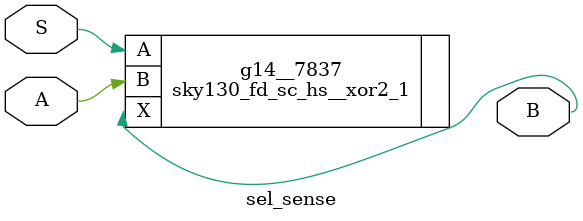
<source format=v>


// Verification Directory fv/sel_sense 

module sel_sense(A, S, B);
  input A, S;
  output B;
  wire A, S;
  wire B;
  sky130_fd_sc_hs__xor2_1 g14__7837(.A (S), .B (A), .X (B));
endmodule


</source>
